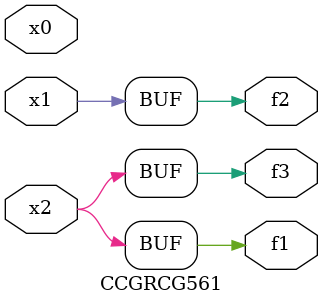
<source format=v>
module CCGRCG561(
	input x0, x1, x2,
	output f1, f2, f3
);
	assign f1 = x2;
	assign f2 = x1;
	assign f3 = x2;
endmodule

</source>
